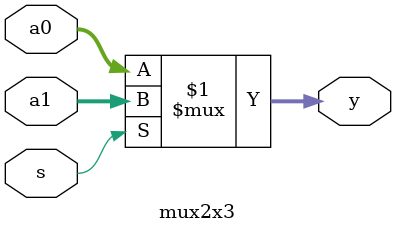
<source format=v>
/************************************************
  The Verilog HDL code example is from the book
  Computer Principles and Design in Verilog HDL
  by Yamin Li, published by A JOHN WILEY & SONS
************************************************/
module mux2x3 (a0,a1,s,y);
    input  [2:0] a0,a1;
    input        s;
    output [2:0] y;
    assign y = (s)? a1 : a0;
endmodule

</source>
